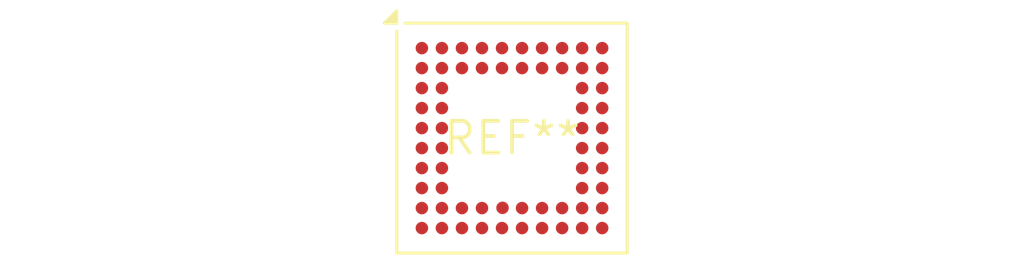
<source format=kicad_pcb>
(kicad_pcb (version 20240108) (generator pcbnew)
  (layers (0 "F.Cu" signal) (31 "B.Cu" signal) (34 "B.Paste" user) (35 "F.Paste" user) (36 "B.SilkS" user "B.Silkscreen") (37 "F.SilkS" user "F.Silkscreen") (38 "B.Mask" user) (39 "F.Mask" user) (44 "Edge.Cuts" user))
  (net 0 "")
  (footprint "BGA-64_9.0x9.0mm_Layout10x10_P0.8mm" (layer "F.Cu") (at 0 0)
    (property "Reference" "REF**")
    (property "Value" "BGA-64_9.0x9.0mm_Layout10x10_P0.8mm")
    (fp_line (start -4.6 -4.28) (end -4.6 4.6) (layer "F.SilkS") (stroke (width 0.12)))
    (fp_line (start -4.6 4.6) (end 4.6 4.6) (layer "F.SilkS") (stroke (width 0.12)))
    (fp_line (start 4.6 -4.6) (end -4.28 -4.6) (layer "F.SilkS") (stroke (width 0.12)))
    (fp_line (start 4.6 4.6) (end 4.6 -4.6) (layer "F.SilkS") (stroke (width 0.12)))
    (fp_poly (pts (xy -4.6 -4.6) (xy -5.1 -4.6) (xy -4.6 -5.1) (xy -4.6 -4.6)) (layer "F.SilkS") (stroke (width 0.12)) (fill solid))
    (pad "A1" smd circle (at -3.6 -3.6) (size 0.5 0.5) (property pad_prop_bga) (layers "F.Cu" "F.Paste" "F.Mask"))
    (pad "A2" smd circle (at -2.8 -3.6) (size 0.5 0.5) (property pad_prop_bga) (layers "F.Cu" "F.Paste" "F.Mask"))
    (pad "A3" smd circle (at -2 -3.6) (size 0.5 0.5) (property pad_prop_bga) (layers "F.Cu" "F.Paste" "F.Mask"))
    (pad "A4" smd circle (at -1.2 -3.6) (size 0.5 0.5) (property pad_prop_bga) (layers "F.Cu" "F.Paste" "F.Mask"))
    (pad "A5" smd circle (at -0.4 -3.6) (size 0.5 0.5) (property pad_prop_bga) (layers "F.Cu" "F.Paste" "F.Mask"))
    (pad "A6" smd circle (at 0.4 -3.6) (size 0.5 0.5) (property pad_prop_bga) (layers "F.Cu" "F.Paste" "F.Mask"))
    (pad "A7" smd circle (at 1.2 -3.6) (size 0.5 0.5) (property pad_prop_bga) (layers "F.Cu" "F.Paste" "F.Mask"))
    (pad "A8" smd circle (at 2 -3.6) (size 0.5 0.5) (property pad_prop_bga) (layers "F.Cu" "F.Paste" "F.Mask"))
    (pad "A9" smd circle (at 2.8 -3.6) (size 0.5 0.5) (property pad_prop_bga) (layers "F.Cu" "F.Paste" "F.Mask"))
    (pad "A10" smd circle (at 3.6 -3.6) (size 0.5 0.5) (property pad_prop_bga) (layers "F.Cu" "F.Paste" "F.Mask"))
    (pad "B1" smd circle (at -3.6 -2.8) (size 0.5 0.5) (property pad_prop_bga) (layers "F.Cu" "F.Paste" "F.Mask"))
    (pad "B2" smd circle (at -2.8 -2.8) (size 0.5 0.5) (property pad_prop_bga) (layers "F.Cu" "F.Paste" "F.Mask"))
    (pad "B3" smd circle (at -2 -2.8) (size 0.5 0.5) (property pad_prop_bga) (layers "F.Cu" "F.Paste" "F.Mask"))
    (pad "B4" smd circle (at -1.2 -2.8) (size 0.5 0.5) (property pad_prop_bga) (layers "F.Cu" "F.Paste" "F.Mask"))
    (pad "B5" smd circle (at -0.4 -2.8) (size 0.5 0.5) (property pad_prop_bga) (layers "F.Cu" "F.Paste" "F.Mask"))
    (pad "B6" smd circle (at 0.4 -2.8) (size 0.5 0.5) (property pad_prop_bga) (layers "F.Cu" "F.Paste" "F.Mask"))
    (pad "B7" smd circle (at 1.2 -2.8) (size 0.5 0.5) (property pad_prop_bga) (layers "F.Cu" "F.Paste" "F.Mask"))
    (pad "B8" smd circle (at 2 -2.8) (size 0.5 0.5) (property pad_prop_bga) (layers "F.Cu" "F.Paste" "F.Mask"))
    (pad "B9" smd circle (at 2.8 -2.8) (size 0.5 0.5) (property pad_prop_bga) (layers "F.Cu" "F.Paste" "F.Mask"))
    (pad "B10" smd circle (at 3.6 -2.8) (size 0.5 0.5) (property pad_prop_bga) (layers "F.Cu" "F.Paste" "F.Mask"))
    (pad "C1" smd circle (at -3.6 -2) (size 0.5 0.5) (property pad_prop_bga) (layers "F.Cu" "F.Paste" "F.Mask"))
    (pad "C2" smd circle (at -2.8 -2) (size 0.5 0.5) (property pad_prop_bga) (layers "F.Cu" "F.Paste" "F.Mask"))
    (pad "C9" smd circle (at 2.8 -2) (size 0.5 0.5) (property pad_prop_bga) (layers "F.Cu" "F.Paste" "F.Mask"))
    (pad "C10" smd circle (at 3.6 -2) (size 0.5 0.5) (property pad_prop_bga) (layers "F.Cu" "F.Paste" "F.Mask"))
    (pad "D1" smd circle (at -3.6 -1.2) (size 0.5 0.5) (property pad_prop_bga) (layers "F.Cu" "F.Paste" "F.Mask"))
    (pad "D2" smd circle (at -2.8 -1.2) (size 0.5 0.5) (property pad_prop_bga) (layers "F.Cu" "F.Paste" "F.Mask"))
    (pad "D9" smd circle (at 2.8 -1.2) (size 0.5 0.5) (property pad_prop_bga) (layers "F.Cu" "F.Paste" "F.Mask"))
    (pad "D10" smd circle (at 3.6 -1.2) (size 0.5 0.5) (property pad_prop_bga) (layers "F.Cu" "F.Paste" "F.Mask"))
    (pad "E1" smd circle (at -3.6 -0.4) (size 0.5 0.5) (property pad_prop_bga) (layers "F.Cu" "F.Paste" "F.Mask"))
    (pad "E2" smd circle (at -2.8 -0.4) (size 0.5 0.5) (property pad_prop_bga) (layers "F.Cu" "F.Paste" "F.Mask"))
    (pad "E9" smd circle (at 2.8 -0.4) (size 0.5 0.5) (property pad_prop_bga) (layers "F.Cu" "F.Paste" "F.Mask"))
    (pad "E10" smd circle (at 3.6 -0.4) (size 0.5 0.5) (property pad_prop_bga) (layers "F.Cu" "F.Paste" "F.Mask"))
    (pad "F1" smd circle (at -3.6 0.4) (size 0.5 0.5) (property pad_prop_bga) (layers "F.Cu" "F.Paste" "F.Mask"))
    (pad "F2" smd circle (at -2.8 0.4) (size 0.5 0.5) (property pad_prop_bga) (layers "F.Cu" "F.Paste" "F.Mask"))
    (pad "F9" smd circle (at 2.8 0.4) (size 0.5 0.5) (property pad_prop_bga) (layers "F.Cu" "F.Paste" "F.Mask"))
    (pad "F10" smd circle (at 3.6 0.4) (size 0.5 0.5) (property pad_prop_bga) (layers "F.Cu" "F.Paste" "F.Mask"))
    (pad "G1" smd circle (at -3.6 1.2) (size 0.5 0.5) (property pad_prop_bga) (layers "F.Cu" "F.Paste" "F.Mask"))
    (pad "G2" smd circle (at -2.8 1.2) (size 0.5 0.5) (property pad_prop_bga) (layers "F.Cu" "F.Paste" "F.Mask"))
    (pad "G9" smd circle (at 2.8 1.2) (size 0.5 0.5) (property pad_prop_bga) (layers "F.Cu" "F.Paste" "F.Mask"))
    (pad "G10" smd circle (at 3.6 1.2) (size 0.5 0.5) (property pad_prop_bga) (layers "F.Cu" "F.Paste" "F.Mask"))
    (pad "H1" smd circle (at -3.6 2) (size 0.5 0.5) (property pad_prop_bga) (layers "F.Cu" "F.Paste" "F.Mask"))
    (pad "H2" smd circle (at -2.8 2) (size 0.5 0.5) (property pad_prop_bga) (layers "F.Cu" "F.Paste" "F.Mask"))
    (pad "H9" smd circle (at 2.8 2) (size 0.5 0.5) (property pad_prop_bga) (layers "F.Cu" "F.Paste" "F.Mask"))
    (pad "H10" smd circle (at 3.6 2) (size 0.5 0.5) (property pad_prop_bga) (layers "F.Cu" "F.Paste" "F.Mask"))
    (pad "J1" smd circle (at -3.6 2.8) (size 0.5 0.5) (property pad_prop_bga) (layers "F.Cu" "F.Paste" "F.Mask"))
    (pad "J2" smd circle (at -2.8 2.8) (size 0.5 0.5) (property pad_prop_bga) (layers "F.Cu" "F.Paste" "F.Mask"))
    (pad "J3" smd circle (at -2 2.8) (size 0.5 0.5) (property pad_prop_bga) (layers "F.Cu" "F.Paste" "F.Mask"))
    (pad "J4" smd circle (at -1.2 2.8) (size 0.5 0.5) (property pad_prop_bga) (layers "F.Cu" "F.Paste" "F.Mask"))
    (pad "J5" smd circle (at -0.38 2.79) (size 0.5 0.5) (property pad_prop_bga) (layers "F.Cu" "F.Paste" "F.Mask"))
    (pad "J6" smd circle (at 0.4 2.8) (size 0.5 0.5) (property pad_prop_bga) (layers "F.Cu" "F.Paste" "F.Mask"))
    (pad "J7" smd circle (at 1.2 2.8) (size 0.5 0.5) (property pad_prop_bga) (layers "F.Cu" "F.Paste" "F.Mask"))
    (pad "J8" smd circle (at 2 2.8) (size 0.5 0.5) (property pad_prop_bga) (layers "F.Cu" "F.Paste" "F.Mask"))
    (pad "J9" smd circle (at 2.8 2.8) (size 0.5 0.5) (property pad_prop_bga) (layers "F.Cu" "F.Paste" "F.Mask"))
    (pad "J10" smd circle (at 3.6 2.8) (size 0.5 0.5) (property pad_prop_bga) (layers "F.Cu" "F.Paste" "F.Mask"))
    (pad "K1" smd circle (at -3.6 3.6) (size 0.5 0.5) (property pad_prop_bga) (layers "F.Cu" "F.Paste" "F.Mask"))
    (pad "K2" smd circle (at -2.8 3.6) (size 0.5 0.5) (property pad_prop_bga) (layers "F.Cu" "F.Paste" "F.Mask"))
    (pad "K3" smd circle (at -2 3.6) (size 0.5 0.5) (property pad_prop_bga) (layers "F.Cu" "F.Paste" "F.Mask"))
    (pad "K4" smd circle (at -1.2 3.6) (size 0.5 0.5) (property pad_prop_bga) (layers "F.Cu" "F.Paste" "F.Mask"))
    (pad "K5" smd circle (at -0.4 3.6) (size 0.5 0.5) (property pad_prop_bga) (layers "F.Cu" "F.Paste" "F.Mask"))
    (pad "K6" smd circle (at 0.4 3.6) (size 0.5 0.5) (property pad_prop_bga) (layers "F.Cu" "F.Paste" "F.Mask"))
    (pad "K7" smd circle (at 1.2 3.6) (size 0.5 0.5) (property pad_prop_bga) (layers "F.Cu" "F.Paste" "F.Mask"))
    (pad "K8" smd circle (at 2 3.6) (size 0.5 0.5) (property pad_prop_bga) (layers "F.Cu" "F.Paste" "F.Mask"))
    (pad "K9" smd circle (at 2.8 3.6) (size 0.5 0.5) (property pad_prop_bga) (layers "F.Cu" "F.Paste" "F.Mask"))
    (pad "K10" smd circle (at 3.6 3.6) (size 0.5 0.5) (property pad_prop_bga) (layers "F.Cu" "F.Paste" "F.Mask"))
  )
)
</source>
